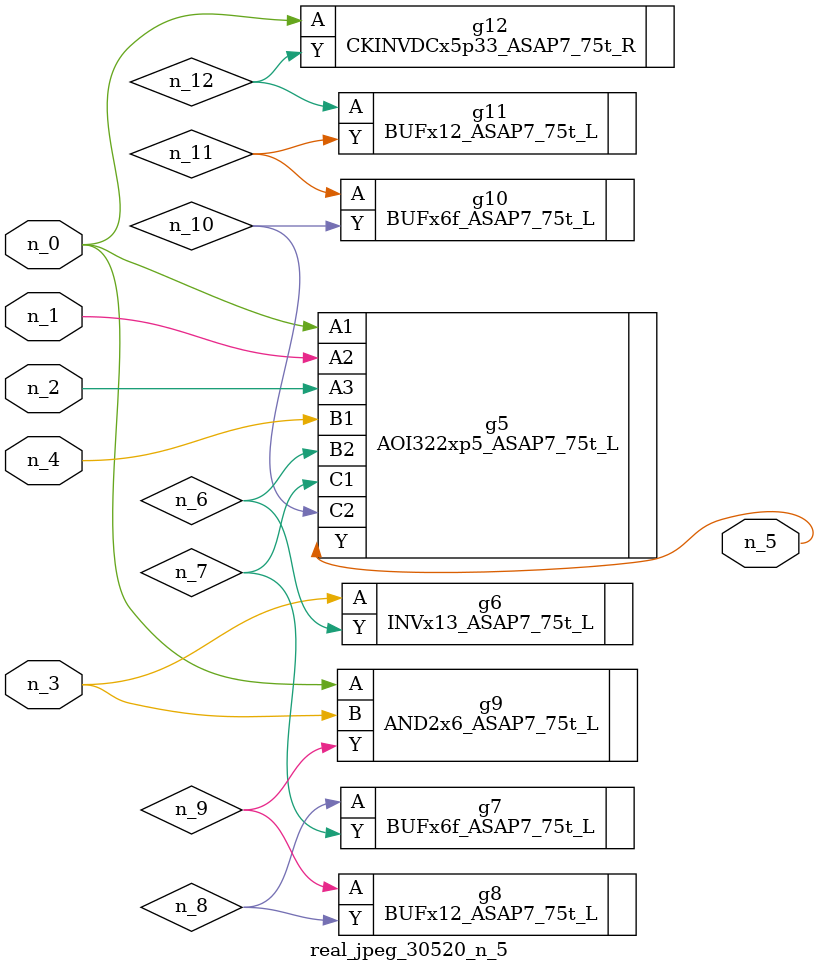
<source format=v>
module real_jpeg_30520_n_5 (n_4, n_0, n_1, n_2, n_3, n_5);

input n_4;
input n_0;
input n_1;
input n_2;
input n_3;

output n_5;

wire n_12;
wire n_8;
wire n_11;
wire n_6;
wire n_7;
wire n_10;
wire n_9;

AOI322xp5_ASAP7_75t_L g5 ( 
.A1(n_0),
.A2(n_1),
.A3(n_2),
.B1(n_4),
.B2(n_6),
.C1(n_7),
.C2(n_10),
.Y(n_5)
);

AND2x6_ASAP7_75t_L g9 ( 
.A(n_0),
.B(n_3),
.Y(n_9)
);

CKINVDCx5p33_ASAP7_75t_R g12 ( 
.A(n_0),
.Y(n_12)
);

INVx13_ASAP7_75t_L g6 ( 
.A(n_3),
.Y(n_6)
);

BUFx6f_ASAP7_75t_L g7 ( 
.A(n_8),
.Y(n_7)
);

BUFx12_ASAP7_75t_L g8 ( 
.A(n_9),
.Y(n_8)
);

BUFx6f_ASAP7_75t_L g10 ( 
.A(n_11),
.Y(n_10)
);

BUFx12_ASAP7_75t_L g11 ( 
.A(n_12),
.Y(n_11)
);


endmodule
</source>
